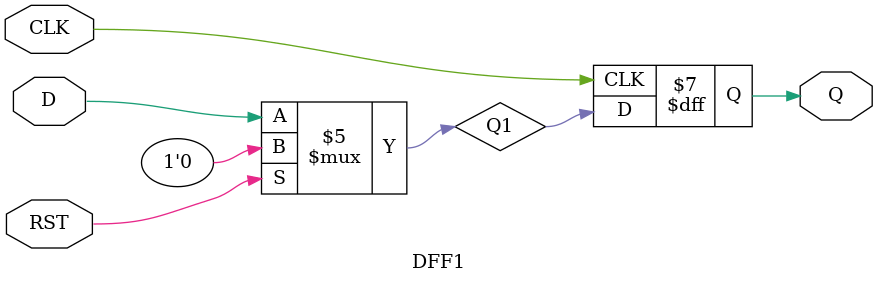
<source format=v>
module DFF1(CLK,D,Q,RST);
	output Q;
	input CLK,D,RST;
	reg Q,Q1;
	always@(RST)
		if(RST==1) Q1=0;  //二选一组合逻辑电路
		else Q1=D;
	always@(posedge CLK)
	Q<=Q1;		//不完整条件表达
endmodule

	
</source>
